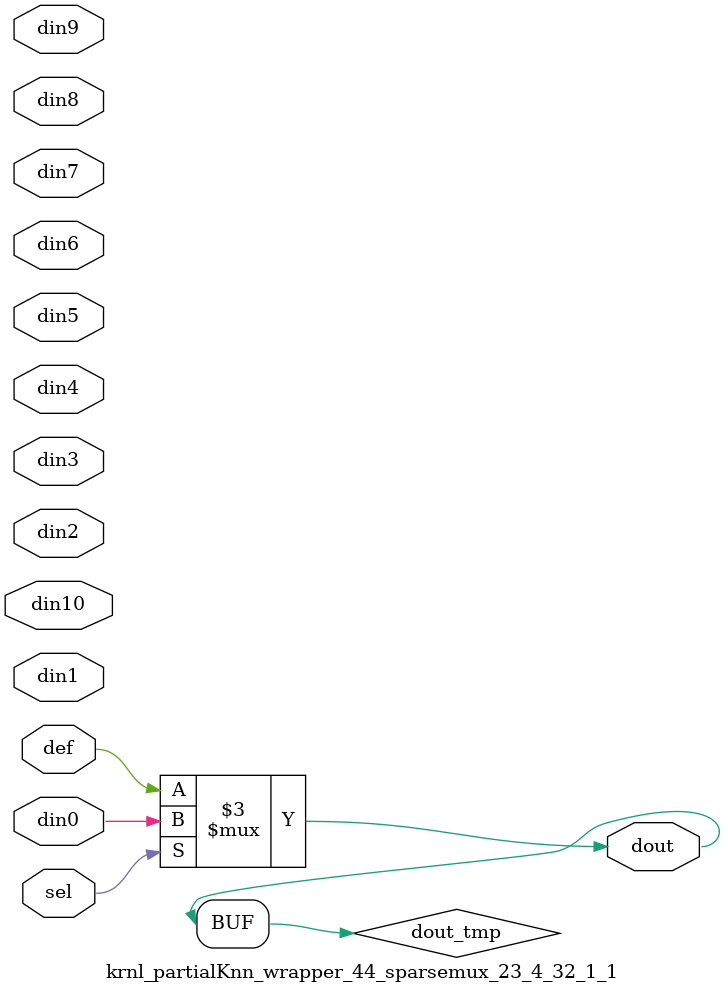
<source format=v>
`timescale 1ns / 1ps

module krnl_partialKnn_wrapper_44_sparsemux_23_4_32_1_1 (din0,din1,din2,din3,din4,din5,din6,din7,din8,din9,din10,def,sel,dout);

parameter din0_WIDTH = 1;

parameter din1_WIDTH = 1;

parameter din2_WIDTH = 1;

parameter din3_WIDTH = 1;

parameter din4_WIDTH = 1;

parameter din5_WIDTH = 1;

parameter din6_WIDTH = 1;

parameter din7_WIDTH = 1;

parameter din8_WIDTH = 1;

parameter din9_WIDTH = 1;

parameter din10_WIDTH = 1;

parameter def_WIDTH = 1;
parameter sel_WIDTH = 1;
parameter dout_WIDTH = 1;

parameter [sel_WIDTH-1:0] CASE0 = 1;

parameter [sel_WIDTH-1:0] CASE1 = 1;

parameter [sel_WIDTH-1:0] CASE2 = 1;

parameter [sel_WIDTH-1:0] CASE3 = 1;

parameter [sel_WIDTH-1:0] CASE4 = 1;

parameter [sel_WIDTH-1:0] CASE5 = 1;

parameter [sel_WIDTH-1:0] CASE6 = 1;

parameter [sel_WIDTH-1:0] CASE7 = 1;

parameter [sel_WIDTH-1:0] CASE8 = 1;

parameter [sel_WIDTH-1:0] CASE9 = 1;

parameter [sel_WIDTH-1:0] CASE10 = 1;

parameter ID = 1;
parameter NUM_STAGE = 1;



input [din0_WIDTH-1:0] din0;

input [din1_WIDTH-1:0] din1;

input [din2_WIDTH-1:0] din2;

input [din3_WIDTH-1:0] din3;

input [din4_WIDTH-1:0] din4;

input [din5_WIDTH-1:0] din5;

input [din6_WIDTH-1:0] din6;

input [din7_WIDTH-1:0] din7;

input [din8_WIDTH-1:0] din8;

input [din9_WIDTH-1:0] din9;

input [din10_WIDTH-1:0] din10;

input [def_WIDTH-1:0] def;
input [sel_WIDTH-1:0] sel;

output [dout_WIDTH-1:0] dout;



reg [dout_WIDTH-1:0] dout_tmp;

always @ (*) begin
case (sel)
    
    CASE0 : dout_tmp = din0;
    
    CASE1 : dout_tmp = din1;
    
    CASE2 : dout_tmp = din2;
    
    CASE3 : dout_tmp = din3;
    
    CASE4 : dout_tmp = din4;
    
    CASE5 : dout_tmp = din5;
    
    CASE6 : dout_tmp = din6;
    
    CASE7 : dout_tmp = din7;
    
    CASE8 : dout_tmp = din8;
    
    CASE9 : dout_tmp = din9;
    
    CASE10 : dout_tmp = din10;
    
    default : dout_tmp = def;
endcase
end


assign dout = dout_tmp;



endmodule

</source>
